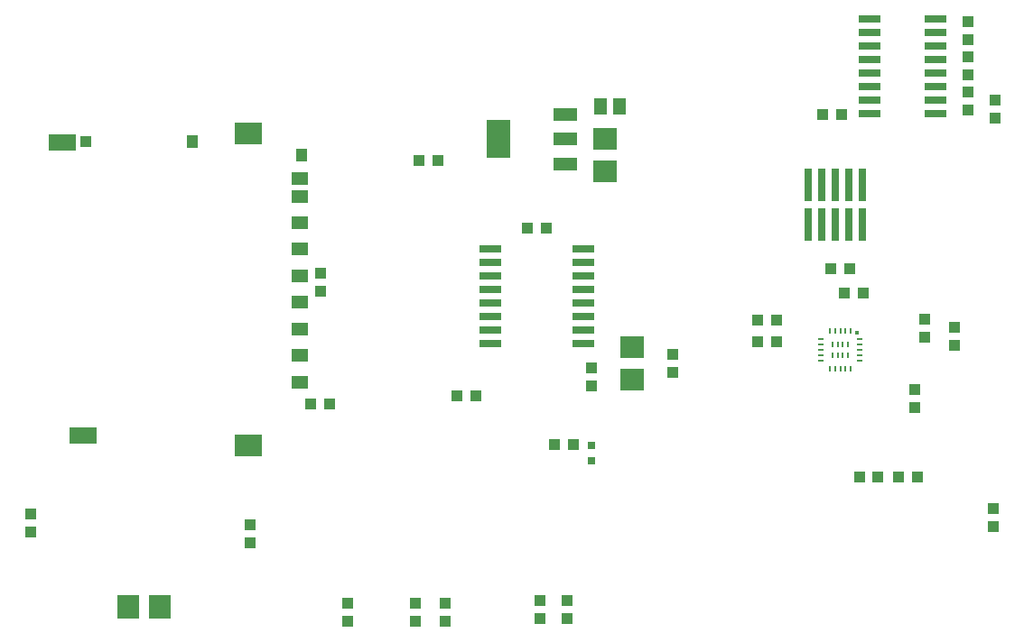
<source format=gtp>
G75*
G70*
%OFA0B0*%
%FSLAX24Y24*%
%IPPOS*%
%LPD*%
%AMOC8*
5,1,8,0,0,1.08239X$1,22.5*
%
%ADD10R,0.0394X0.0433*%
%ADD11R,0.0098X0.0217*%
%ADD12R,0.0157X0.0157*%
%ADD13R,0.0217X0.0098*%
%ADD14R,0.0433X0.0394*%
%ADD15R,0.0800X0.0260*%
%ADD16R,0.0866X0.0787*%
%ADD17R,0.0290X0.1230*%
%ADD18R,0.0984X0.0591*%
%ADD19R,0.0413X0.0394*%
%ADD20R,0.0394X0.0453*%
%ADD21R,0.0984X0.0787*%
%ADD22R,0.0433X0.0512*%
%ADD23R,0.0591X0.0472*%
%ADD24R,0.0880X0.0480*%
%ADD25R,0.0866X0.1417*%
%ADD26R,0.0512X0.0591*%
%ADD27R,0.0787X0.0866*%
%ADD28R,0.0315X0.0315*%
D10*
X012347Y009681D03*
X013016Y009681D03*
X017747Y009981D03*
X018416Y009981D03*
X021347Y008181D03*
X022016Y008181D03*
X025681Y010847D03*
X025681Y011516D03*
X028847Y011981D03*
X029516Y011981D03*
X029516Y012781D03*
X028847Y012781D03*
X031547Y014681D03*
X032216Y014681D03*
X037581Y020247D03*
X037581Y020916D03*
X036581Y021216D03*
X036581Y021847D03*
X036581Y022516D03*
X036581Y023147D03*
X036581Y023816D03*
X036581Y020547D03*
X034716Y006981D03*
X034047Y006981D03*
X033266Y006981D03*
X032597Y006981D03*
X017016Y018681D03*
X016347Y018681D03*
X012681Y014516D03*
X012681Y013847D03*
D11*
X031488Y012390D03*
X031685Y012390D03*
X031881Y012390D03*
X032078Y012390D03*
X032275Y012390D03*
X032177Y011878D03*
X031980Y011878D03*
X031783Y011878D03*
X031586Y011878D03*
X031586Y011485D03*
X031783Y011485D03*
X031980Y011485D03*
X032177Y011485D03*
X032275Y010973D03*
X032078Y010973D03*
X031881Y010973D03*
X031685Y010973D03*
X031488Y010973D03*
D12*
X032511Y012311D03*
D13*
X032590Y012075D03*
X032590Y011878D03*
X032590Y011681D03*
X032590Y011485D03*
X032590Y011288D03*
X031173Y011288D03*
X031173Y011485D03*
X031173Y011681D03*
X031173Y011878D03*
X031173Y012075D03*
D14*
X032047Y013781D03*
X032716Y013781D03*
X034981Y012816D03*
X034981Y012147D03*
X036081Y011847D03*
X036081Y012516D03*
X034631Y010216D03*
X034631Y009547D03*
X037531Y005816D03*
X037531Y005147D03*
X022681Y010347D03*
X022681Y011016D03*
X021016Y016181D03*
X020347Y016181D03*
X031247Y020381D03*
X031916Y020381D03*
X010081Y005216D03*
X010081Y004547D03*
X013681Y002316D03*
X013681Y001647D03*
X016181Y001647D03*
X016181Y002316D03*
X017281Y002316D03*
X017281Y001647D03*
X020781Y001747D03*
X020781Y002416D03*
X021781Y002416D03*
X021781Y001747D03*
X001981Y004947D03*
X001981Y005616D03*
D15*
X018971Y011931D03*
X018971Y012431D03*
X018971Y012931D03*
X018971Y013431D03*
X018971Y013931D03*
X018971Y014431D03*
X018971Y014931D03*
X018971Y015431D03*
X022391Y015431D03*
X022391Y014931D03*
X022391Y014431D03*
X022391Y013931D03*
X022391Y013431D03*
X022391Y012931D03*
X022391Y012431D03*
X022391Y011931D03*
X032971Y020431D03*
X032971Y020931D03*
X032971Y021431D03*
X032971Y021931D03*
X032971Y022431D03*
X032971Y022931D03*
X032971Y023431D03*
X032971Y023931D03*
X035391Y023931D03*
X035391Y023431D03*
X035391Y022931D03*
X035391Y022431D03*
X035391Y021931D03*
X035391Y021431D03*
X035391Y020931D03*
X035391Y020431D03*
D16*
X024181Y011772D03*
X024181Y010591D03*
X023181Y018291D03*
X023181Y019472D03*
D17*
X030681Y017781D03*
X031181Y017781D03*
X031681Y017781D03*
X032181Y017781D03*
X032681Y017781D03*
X032681Y016311D03*
X032181Y016311D03*
X031681Y016311D03*
X031181Y016311D03*
X030681Y016311D03*
D18*
X003931Y008511D03*
X003174Y019339D03*
D19*
X004040Y019370D03*
D20*
X007977Y019370D03*
D21*
X010024Y019693D03*
X010024Y008158D03*
D22*
X012011Y018881D03*
D23*
X011941Y018011D03*
X011933Y017347D03*
X011933Y016394D03*
X011933Y015410D03*
X011933Y014426D03*
X011933Y013441D03*
X011933Y012457D03*
X011933Y011473D03*
X011933Y010489D03*
D24*
X021720Y018559D03*
X021720Y019469D03*
X021720Y020379D03*
D25*
X019280Y019469D03*
D26*
X023047Y020681D03*
X023716Y020681D03*
D27*
X005591Y002181D03*
X006772Y002181D03*
D28*
X022681Y007574D03*
X022681Y008164D03*
M02*

</source>
